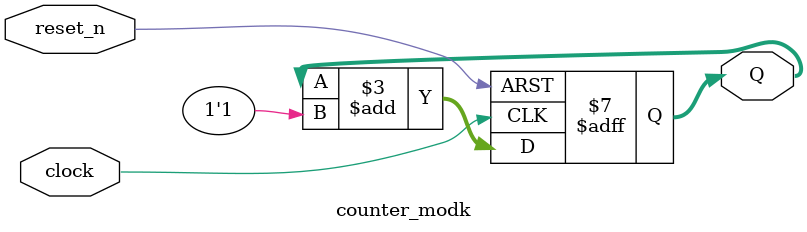
<source format=v>
module counter_modk(clock, reset_n, Q);
  parameter n = 4;
  parameter k = 16;

  input clock, reset_n;
  output [n-1:0] Q;
  reg [n-1:0] Q;

  always @(posedge clock or negedge reset_n)
  begin
    if (~reset_n)
      Q <= 'd0;
    else begin
      Q <= Q + 1'b1;
      if (Q == k)
        Q <= 'd0;
    end
  end
endmodule


</source>
